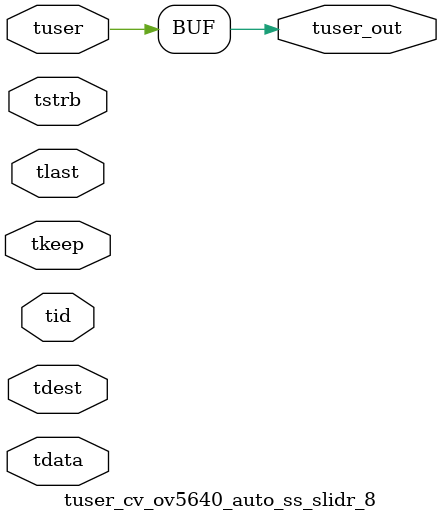
<source format=v>


`timescale 1ps/1ps

module tuser_cv_ov5640_auto_ss_slidr_8 #
(
parameter C_S_AXIS_TUSER_WIDTH = 1,
parameter C_S_AXIS_TDATA_WIDTH = 32,
parameter C_S_AXIS_TID_WIDTH   = 0,
parameter C_S_AXIS_TDEST_WIDTH = 0,
parameter C_M_AXIS_TUSER_WIDTH = 1
)
(
input  [(C_S_AXIS_TUSER_WIDTH == 0 ? 1 : C_S_AXIS_TUSER_WIDTH)-1:0     ] tuser,
input  [(C_S_AXIS_TDATA_WIDTH == 0 ? 1 : C_S_AXIS_TDATA_WIDTH)-1:0     ] tdata,
input  [(C_S_AXIS_TID_WIDTH   == 0 ? 1 : C_S_AXIS_TID_WIDTH)-1:0       ] tid,
input  [(C_S_AXIS_TDEST_WIDTH == 0 ? 1 : C_S_AXIS_TDEST_WIDTH)-1:0     ] tdest,
input  [(C_S_AXIS_TDATA_WIDTH/8)-1:0 ] tkeep,
input  [(C_S_AXIS_TDATA_WIDTH/8)-1:0 ] tstrb,
input                                                                    tlast,
output [C_M_AXIS_TUSER_WIDTH-1:0] tuser_out
);

assign tuser_out = {tuser[0:0]};

endmodule


</source>
